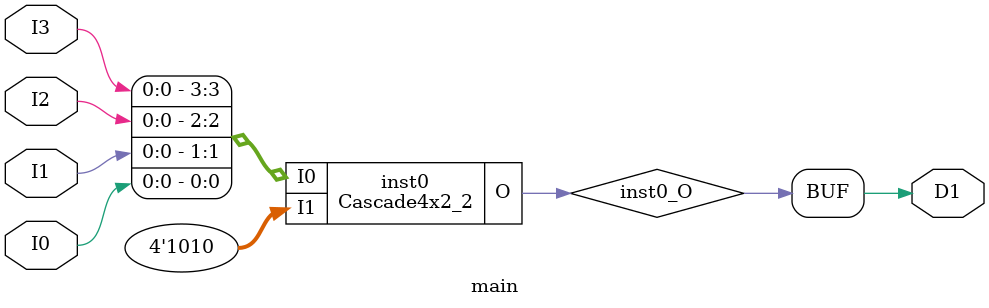
<source format=v>
module Cascade4x2_2 (input [3:0] I0, input [3:0] I1, output  O);
wire  inst0_O;
wire  inst1_O;
wire  inst2_O;
wire  inst3_O;
SB_LUT4 #(.LUT_INIT(16'h8282)) inst0 (.I0(1'b1), .I1(I0[0]), .I2(I1[0]), .I3(1'b0), .O(inst0_O));
SB_LUT4 #(.LUT_INIT(16'h8282)) inst1 (.I0(inst0_O), .I1(I0[1]), .I2(I1[1]), .I3(1'b0), .O(inst1_O));
SB_LUT4 #(.LUT_INIT(16'h8282)) inst2 (.I0(inst1_O), .I1(I0[2]), .I2(I1[2]), .I3(1'b0), .O(inst2_O));
SB_LUT4 #(.LUT_INIT(16'h8282)) inst3 (.I0(inst2_O), .I1(I0[3]), .I2(I1[3]), .I3(1'b0), .O(inst3_O));
assign O = inst3_O;
endmodule

module main (input  I0, input  I1, input  I2, input  I3, output  D1);
wire  inst0_O;
Cascade4x2_2 inst0 (.I0({I3,I2,I1,I0}), .I1({1'b1,1'b0,1'b1,1'b0}), .O(inst0_O));
assign D1 = inst0_O;
endmodule


</source>
